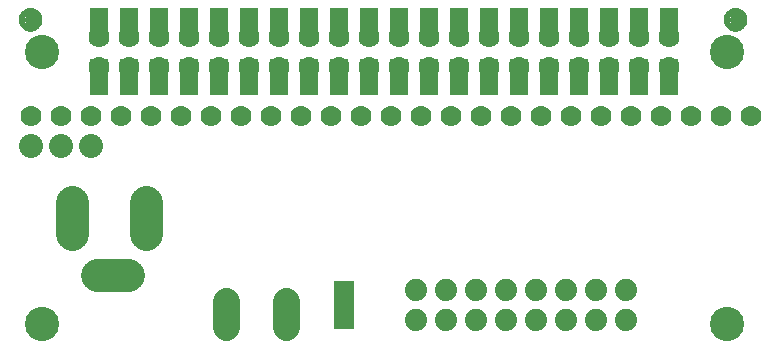
<source format=gbr>
G04 EAGLE Gerber RS-274X export*
G75*
%MOMM*%
%FSLAX34Y34*%
%LPD*%
%INSoldermask Bottom*%
%IPPOS*%
%AMOC8*
5,1,8,0,0,1.08239X$1,22.5*%
G01*
%ADD10C,2.901600*%
%ADD11R,1.625600X3.149600*%
%ADD12C,1.778000*%
%ADD13C,1.101600*%
%ADD14C,0.500000*%
%ADD15C,2.286000*%
%ADD16C,1.879600*%
%ADD17C,2.801600*%
%ADD18R,1.778000X4.165600*%
%ADD19C,2.032000*%


D10*
X35000Y265000D03*
X615000Y265000D03*
X615000Y35000D03*
D11*
X83696Y243394D03*
X83696Y286574D03*
X109096Y243394D03*
X109096Y286574D03*
X134496Y286574D03*
X134496Y243394D03*
X159896Y286574D03*
X159896Y243394D03*
X185296Y286574D03*
X185296Y243394D03*
X210696Y286574D03*
X210696Y243394D03*
X236096Y286574D03*
X236096Y243394D03*
X261496Y286574D03*
X261496Y243394D03*
X286896Y286574D03*
X286896Y243394D03*
X312296Y286574D03*
X312296Y243394D03*
X337696Y286574D03*
X337696Y243394D03*
X363096Y286574D03*
X363096Y243394D03*
X388496Y286574D03*
X388496Y243394D03*
X413896Y286574D03*
X413896Y243394D03*
X439296Y286574D03*
X439296Y243394D03*
X464696Y286574D03*
X464696Y243394D03*
X490096Y286574D03*
X490096Y243394D03*
X515496Y286574D03*
X515496Y243394D03*
X540896Y286574D03*
X540896Y243394D03*
X566296Y286574D03*
X566296Y243394D03*
D10*
X35000Y35000D03*
D12*
X83700Y252300D03*
X83700Y277700D03*
X109100Y252300D03*
X109100Y277700D03*
X134500Y252300D03*
X134500Y277700D03*
X159900Y252300D03*
X159900Y277700D03*
X185300Y252300D03*
X185300Y277700D03*
X210700Y252300D03*
X210700Y277700D03*
X236100Y252300D03*
X236100Y277700D03*
X261500Y252300D03*
X261500Y277700D03*
X286900Y252300D03*
X286900Y277700D03*
X312300Y252300D03*
X312300Y277700D03*
X337700Y252300D03*
X337700Y277700D03*
X363100Y252300D03*
X363100Y277700D03*
X388500Y252300D03*
X388500Y277700D03*
X413900Y252300D03*
X413900Y277700D03*
X439300Y252300D03*
X439300Y277700D03*
X464700Y252300D03*
X464700Y277700D03*
X490100Y252300D03*
X490100Y277700D03*
X515500Y252300D03*
X515500Y277700D03*
X540900Y252300D03*
X540900Y277700D03*
X566300Y252300D03*
X566300Y277700D03*
D13*
X25400Y292100D03*
D14*
X32900Y292100D02*
X32898Y292281D01*
X32891Y292462D01*
X32880Y292643D01*
X32865Y292824D01*
X32845Y293004D01*
X32821Y293184D01*
X32793Y293363D01*
X32760Y293541D01*
X32723Y293718D01*
X32682Y293895D01*
X32637Y294070D01*
X32587Y294245D01*
X32533Y294418D01*
X32475Y294589D01*
X32413Y294760D01*
X32346Y294928D01*
X32276Y295095D01*
X32202Y295261D01*
X32123Y295424D01*
X32041Y295585D01*
X31955Y295745D01*
X31865Y295902D01*
X31771Y296057D01*
X31674Y296210D01*
X31572Y296360D01*
X31468Y296508D01*
X31359Y296654D01*
X31248Y296796D01*
X31132Y296936D01*
X31014Y297073D01*
X30892Y297208D01*
X30767Y297339D01*
X30639Y297467D01*
X30508Y297592D01*
X30373Y297714D01*
X30236Y297832D01*
X30096Y297948D01*
X29954Y298059D01*
X29808Y298168D01*
X29660Y298272D01*
X29510Y298374D01*
X29357Y298471D01*
X29202Y298565D01*
X29045Y298655D01*
X28885Y298741D01*
X28724Y298823D01*
X28561Y298902D01*
X28395Y298976D01*
X28228Y299046D01*
X28060Y299113D01*
X27889Y299175D01*
X27718Y299233D01*
X27545Y299287D01*
X27370Y299337D01*
X27195Y299382D01*
X27018Y299423D01*
X26841Y299460D01*
X26663Y299493D01*
X26484Y299521D01*
X26304Y299545D01*
X26124Y299565D01*
X25943Y299580D01*
X25762Y299591D01*
X25581Y299598D01*
X25400Y299600D01*
X25219Y299598D01*
X25038Y299591D01*
X24857Y299580D01*
X24676Y299565D01*
X24496Y299545D01*
X24316Y299521D01*
X24137Y299493D01*
X23959Y299460D01*
X23782Y299423D01*
X23605Y299382D01*
X23430Y299337D01*
X23255Y299287D01*
X23082Y299233D01*
X22911Y299175D01*
X22740Y299113D01*
X22572Y299046D01*
X22405Y298976D01*
X22239Y298902D01*
X22076Y298823D01*
X21915Y298741D01*
X21755Y298655D01*
X21598Y298565D01*
X21443Y298471D01*
X21290Y298374D01*
X21140Y298272D01*
X20992Y298168D01*
X20846Y298059D01*
X20704Y297948D01*
X20564Y297832D01*
X20427Y297714D01*
X20292Y297592D01*
X20161Y297467D01*
X20033Y297339D01*
X19908Y297208D01*
X19786Y297073D01*
X19668Y296936D01*
X19552Y296796D01*
X19441Y296654D01*
X19332Y296508D01*
X19228Y296360D01*
X19126Y296210D01*
X19029Y296057D01*
X18935Y295902D01*
X18845Y295745D01*
X18759Y295585D01*
X18677Y295424D01*
X18598Y295261D01*
X18524Y295095D01*
X18454Y294928D01*
X18387Y294760D01*
X18325Y294589D01*
X18267Y294418D01*
X18213Y294245D01*
X18163Y294070D01*
X18118Y293895D01*
X18077Y293718D01*
X18040Y293541D01*
X18007Y293363D01*
X17979Y293184D01*
X17955Y293004D01*
X17935Y292824D01*
X17920Y292643D01*
X17909Y292462D01*
X17902Y292281D01*
X17900Y292100D01*
X17902Y291919D01*
X17909Y291738D01*
X17920Y291557D01*
X17935Y291376D01*
X17955Y291196D01*
X17979Y291016D01*
X18007Y290837D01*
X18040Y290659D01*
X18077Y290482D01*
X18118Y290305D01*
X18163Y290130D01*
X18213Y289955D01*
X18267Y289782D01*
X18325Y289611D01*
X18387Y289440D01*
X18454Y289272D01*
X18524Y289105D01*
X18598Y288939D01*
X18677Y288776D01*
X18759Y288615D01*
X18845Y288455D01*
X18935Y288298D01*
X19029Y288143D01*
X19126Y287990D01*
X19228Y287840D01*
X19332Y287692D01*
X19441Y287546D01*
X19552Y287404D01*
X19668Y287264D01*
X19786Y287127D01*
X19908Y286992D01*
X20033Y286861D01*
X20161Y286733D01*
X20292Y286608D01*
X20427Y286486D01*
X20564Y286368D01*
X20704Y286252D01*
X20846Y286141D01*
X20992Y286032D01*
X21140Y285928D01*
X21290Y285826D01*
X21443Y285729D01*
X21598Y285635D01*
X21755Y285545D01*
X21915Y285459D01*
X22076Y285377D01*
X22239Y285298D01*
X22405Y285224D01*
X22572Y285154D01*
X22740Y285087D01*
X22911Y285025D01*
X23082Y284967D01*
X23255Y284913D01*
X23430Y284863D01*
X23605Y284818D01*
X23782Y284777D01*
X23959Y284740D01*
X24137Y284707D01*
X24316Y284679D01*
X24496Y284655D01*
X24676Y284635D01*
X24857Y284620D01*
X25038Y284609D01*
X25219Y284602D01*
X25400Y284600D01*
X25581Y284602D01*
X25762Y284609D01*
X25943Y284620D01*
X26124Y284635D01*
X26304Y284655D01*
X26484Y284679D01*
X26663Y284707D01*
X26841Y284740D01*
X27018Y284777D01*
X27195Y284818D01*
X27370Y284863D01*
X27545Y284913D01*
X27718Y284967D01*
X27889Y285025D01*
X28060Y285087D01*
X28228Y285154D01*
X28395Y285224D01*
X28561Y285298D01*
X28724Y285377D01*
X28885Y285459D01*
X29045Y285545D01*
X29202Y285635D01*
X29357Y285729D01*
X29510Y285826D01*
X29660Y285928D01*
X29808Y286032D01*
X29954Y286141D01*
X30096Y286252D01*
X30236Y286368D01*
X30373Y286486D01*
X30508Y286608D01*
X30639Y286733D01*
X30767Y286861D01*
X30892Y286992D01*
X31014Y287127D01*
X31132Y287264D01*
X31248Y287404D01*
X31359Y287546D01*
X31468Y287692D01*
X31572Y287840D01*
X31674Y287990D01*
X31771Y288143D01*
X31865Y288298D01*
X31955Y288455D01*
X32041Y288615D01*
X32123Y288776D01*
X32202Y288939D01*
X32276Y289105D01*
X32346Y289272D01*
X32413Y289440D01*
X32475Y289611D01*
X32533Y289782D01*
X32587Y289955D01*
X32637Y290130D01*
X32682Y290305D01*
X32723Y290482D01*
X32760Y290659D01*
X32793Y290837D01*
X32821Y291016D01*
X32845Y291196D01*
X32865Y291376D01*
X32880Y291557D01*
X32891Y291738D01*
X32898Y291919D01*
X32900Y292100D01*
D13*
X622300Y292100D03*
D14*
X629800Y292100D02*
X629798Y292281D01*
X629791Y292462D01*
X629780Y292643D01*
X629765Y292824D01*
X629745Y293004D01*
X629721Y293184D01*
X629693Y293363D01*
X629660Y293541D01*
X629623Y293718D01*
X629582Y293895D01*
X629537Y294070D01*
X629487Y294245D01*
X629433Y294418D01*
X629375Y294589D01*
X629313Y294760D01*
X629246Y294928D01*
X629176Y295095D01*
X629102Y295261D01*
X629023Y295424D01*
X628941Y295585D01*
X628855Y295745D01*
X628765Y295902D01*
X628671Y296057D01*
X628574Y296210D01*
X628472Y296360D01*
X628368Y296508D01*
X628259Y296654D01*
X628148Y296796D01*
X628032Y296936D01*
X627914Y297073D01*
X627792Y297208D01*
X627667Y297339D01*
X627539Y297467D01*
X627408Y297592D01*
X627273Y297714D01*
X627136Y297832D01*
X626996Y297948D01*
X626854Y298059D01*
X626708Y298168D01*
X626560Y298272D01*
X626410Y298374D01*
X626257Y298471D01*
X626102Y298565D01*
X625945Y298655D01*
X625785Y298741D01*
X625624Y298823D01*
X625461Y298902D01*
X625295Y298976D01*
X625128Y299046D01*
X624960Y299113D01*
X624789Y299175D01*
X624618Y299233D01*
X624445Y299287D01*
X624270Y299337D01*
X624095Y299382D01*
X623918Y299423D01*
X623741Y299460D01*
X623563Y299493D01*
X623384Y299521D01*
X623204Y299545D01*
X623024Y299565D01*
X622843Y299580D01*
X622662Y299591D01*
X622481Y299598D01*
X622300Y299600D01*
X622119Y299598D01*
X621938Y299591D01*
X621757Y299580D01*
X621576Y299565D01*
X621396Y299545D01*
X621216Y299521D01*
X621037Y299493D01*
X620859Y299460D01*
X620682Y299423D01*
X620505Y299382D01*
X620330Y299337D01*
X620155Y299287D01*
X619982Y299233D01*
X619811Y299175D01*
X619640Y299113D01*
X619472Y299046D01*
X619305Y298976D01*
X619139Y298902D01*
X618976Y298823D01*
X618815Y298741D01*
X618655Y298655D01*
X618498Y298565D01*
X618343Y298471D01*
X618190Y298374D01*
X618040Y298272D01*
X617892Y298168D01*
X617746Y298059D01*
X617604Y297948D01*
X617464Y297832D01*
X617327Y297714D01*
X617192Y297592D01*
X617061Y297467D01*
X616933Y297339D01*
X616808Y297208D01*
X616686Y297073D01*
X616568Y296936D01*
X616452Y296796D01*
X616341Y296654D01*
X616232Y296508D01*
X616128Y296360D01*
X616026Y296210D01*
X615929Y296057D01*
X615835Y295902D01*
X615745Y295745D01*
X615659Y295585D01*
X615577Y295424D01*
X615498Y295261D01*
X615424Y295095D01*
X615354Y294928D01*
X615287Y294760D01*
X615225Y294589D01*
X615167Y294418D01*
X615113Y294245D01*
X615063Y294070D01*
X615018Y293895D01*
X614977Y293718D01*
X614940Y293541D01*
X614907Y293363D01*
X614879Y293184D01*
X614855Y293004D01*
X614835Y292824D01*
X614820Y292643D01*
X614809Y292462D01*
X614802Y292281D01*
X614800Y292100D01*
X614802Y291919D01*
X614809Y291738D01*
X614820Y291557D01*
X614835Y291376D01*
X614855Y291196D01*
X614879Y291016D01*
X614907Y290837D01*
X614940Y290659D01*
X614977Y290482D01*
X615018Y290305D01*
X615063Y290130D01*
X615113Y289955D01*
X615167Y289782D01*
X615225Y289611D01*
X615287Y289440D01*
X615354Y289272D01*
X615424Y289105D01*
X615498Y288939D01*
X615577Y288776D01*
X615659Y288615D01*
X615745Y288455D01*
X615835Y288298D01*
X615929Y288143D01*
X616026Y287990D01*
X616128Y287840D01*
X616232Y287692D01*
X616341Y287546D01*
X616452Y287404D01*
X616568Y287264D01*
X616686Y287127D01*
X616808Y286992D01*
X616933Y286861D01*
X617061Y286733D01*
X617192Y286608D01*
X617327Y286486D01*
X617464Y286368D01*
X617604Y286252D01*
X617746Y286141D01*
X617892Y286032D01*
X618040Y285928D01*
X618190Y285826D01*
X618343Y285729D01*
X618498Y285635D01*
X618655Y285545D01*
X618815Y285459D01*
X618976Y285377D01*
X619139Y285298D01*
X619305Y285224D01*
X619472Y285154D01*
X619640Y285087D01*
X619811Y285025D01*
X619982Y284967D01*
X620155Y284913D01*
X620330Y284863D01*
X620505Y284818D01*
X620682Y284777D01*
X620859Y284740D01*
X621037Y284707D01*
X621216Y284679D01*
X621396Y284655D01*
X621576Y284635D01*
X621757Y284620D01*
X621938Y284609D01*
X622119Y284602D01*
X622300Y284600D01*
X622481Y284602D01*
X622662Y284609D01*
X622843Y284620D01*
X623024Y284635D01*
X623204Y284655D01*
X623384Y284679D01*
X623563Y284707D01*
X623741Y284740D01*
X623918Y284777D01*
X624095Y284818D01*
X624270Y284863D01*
X624445Y284913D01*
X624618Y284967D01*
X624789Y285025D01*
X624960Y285087D01*
X625128Y285154D01*
X625295Y285224D01*
X625461Y285298D01*
X625624Y285377D01*
X625785Y285459D01*
X625945Y285545D01*
X626102Y285635D01*
X626257Y285729D01*
X626410Y285826D01*
X626560Y285928D01*
X626708Y286032D01*
X626854Y286141D01*
X626996Y286252D01*
X627136Y286368D01*
X627273Y286486D01*
X627408Y286608D01*
X627539Y286733D01*
X627667Y286861D01*
X627792Y286992D01*
X627914Y287127D01*
X628032Y287264D01*
X628148Y287404D01*
X628259Y287546D01*
X628368Y287692D01*
X628472Y287840D01*
X628574Y287990D01*
X628671Y288143D01*
X628765Y288298D01*
X628855Y288455D01*
X628941Y288615D01*
X629023Y288776D01*
X629102Y288939D01*
X629176Y289105D01*
X629246Y289272D01*
X629313Y289440D01*
X629375Y289611D01*
X629433Y289782D01*
X629487Y289955D01*
X629537Y290130D01*
X629582Y290305D01*
X629623Y290482D01*
X629660Y290659D01*
X629693Y290837D01*
X629721Y291016D01*
X629745Y291196D01*
X629765Y291376D01*
X629780Y291557D01*
X629791Y291738D01*
X629798Y291919D01*
X629800Y292100D01*
D12*
X25400Y210820D03*
X50800Y210820D03*
X76200Y210820D03*
X101600Y210820D03*
X127000Y210820D03*
X152400Y210820D03*
X177800Y210820D03*
X203200Y210820D03*
X228600Y210820D03*
X254000Y210820D03*
X279400Y210820D03*
X304800Y210820D03*
X330200Y210820D03*
X355600Y210820D03*
X381000Y210820D03*
X406400Y210820D03*
X431800Y210820D03*
X457200Y210820D03*
X482600Y210820D03*
X508000Y210820D03*
X533400Y210820D03*
X558800Y210820D03*
X584200Y210820D03*
X609600Y210820D03*
X635000Y210820D03*
D15*
X241300Y54102D02*
X241300Y32258D01*
X190500Y32258D02*
X190500Y54102D01*
D16*
X529590Y63500D03*
X529590Y38100D03*
X504190Y63500D03*
X504190Y38100D03*
X478790Y63500D03*
X478790Y38100D03*
X453390Y63500D03*
X453390Y38100D03*
X427990Y63500D03*
X427990Y38100D03*
X402590Y63500D03*
X402590Y38100D03*
X377190Y63500D03*
X377190Y38100D03*
X351790Y63500D03*
X351790Y38100D03*
D17*
X123300Y110960D02*
X123300Y137960D01*
X60800Y137960D02*
X60800Y110960D01*
X81300Y76460D02*
X108300Y76460D01*
D18*
X290830Y50800D03*
D19*
X25400Y185420D03*
X50800Y185420D03*
X76200Y185420D03*
M02*

</source>
